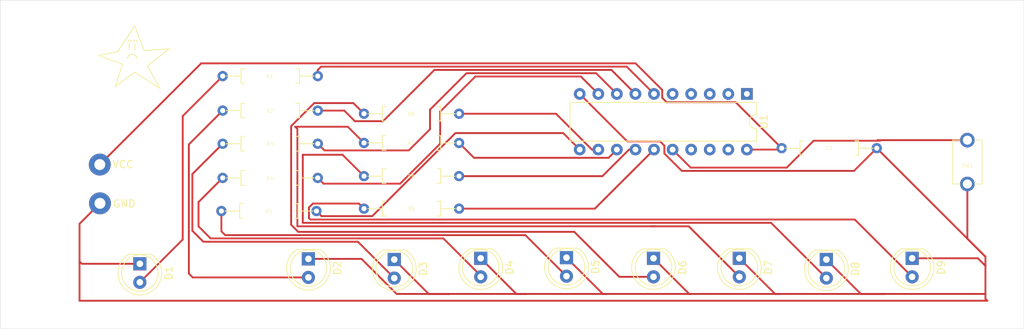
<source format=kicad_pcb>
(kicad_pcb (version 20171130) (host pcbnew 5.1.9+dfsg1-1)

  (general
    (thickness 1.6)
    (drawings 4)
    (tracks 150)
    (zones 0)
    (modules 23)
    (nets 22)
  )

  (page A4)
  (title_block
    (title "Larson Scanner (Evil Mad Scientist)")
  )

  (layers
    (0 F.Cu signal)
    (31 B.Cu signal)
    (32 B.Adhes user)
    (33 F.Adhes user)
    (34 B.Paste user)
    (35 F.Paste user)
    (36 B.SilkS user)
    (37 F.SilkS user)
    (38 B.Mask user)
    (39 F.Mask user)
    (40 Dwgs.User user)
    (41 Cmts.User user)
    (42 Eco1.User user)
    (43 Eco2.User user)
    (44 Edge.Cuts user)
    (45 Margin user)
    (46 B.CrtYd user)
    (47 F.CrtYd user)
    (48 B.Fab user)
    (49 F.Fab user)
  )

  (setup
    (last_trace_width 0.25)
    (trace_clearance 0.2)
    (zone_clearance 0.508)
    (zone_45_only no)
    (trace_min 0.2)
    (via_size 0.8)
    (via_drill 0.4)
    (via_min_size 0.4)
    (via_min_drill 0.3)
    (uvia_size 0.3)
    (uvia_drill 0.1)
    (uvias_allowed no)
    (uvia_min_size 0.2)
    (uvia_min_drill 0.1)
    (edge_width 0.05)
    (segment_width 0.2)
    (pcb_text_width 0.3)
    (pcb_text_size 1.5 1.5)
    (mod_edge_width 0.12)
    (mod_text_size 1 1)
    (mod_text_width 0.15)
    (pad_size 3 3)
    (pad_drill 1.5)
    (pad_to_mask_clearance 0)
    (aux_axis_origin 0 0)
    (visible_elements FFFFF77F)
    (pcbplotparams
      (layerselection 0x010fc_ffffffff)
      (usegerberextensions false)
      (usegerberattributes true)
      (usegerberadvancedattributes true)
      (creategerberjobfile true)
      (excludeedgelayer true)
      (linewidth 0.100000)
      (plotframeref false)
      (viasonmask false)
      (mode 1)
      (useauxorigin false)
      (hpglpennumber 1)
      (hpglpenspeed 20)
      (hpglpendiameter 15.000000)
      (psnegative false)
      (psa4output false)
      (plotreference true)
      (plotvalue true)
      (plotinvisibletext false)
      (padsonsilk false)
      (subtractmaskfromsilk false)
      (outputformat 1)
      (mirror false)
      (drillshape 1)
      (scaleselection 1)
      (outputdirectory ""))
  )

  (net 0 "")
  (net 1 VCC)
  (net 2 GND)
  (net 3 "Net-(D1-Pad2)")
  (net 4 "Net-(D2-Pad2)")
  (net 5 "Net-(D3-Pad2)")
  (net 6 "Net-(D4-Pad2)")
  (net 7 "Net-(D5-Pad2)")
  (net 8 "Net-(D6-Pad2)")
  (net 9 "Net-(D7-Pad2)")
  (net 10 "Net-(D8-Pad2)")
  (net 11 "Net-(D9-Pad2)")
  (net 12 "Net-(R1-Pad1)")
  (net 13 "Net-(R2-Pad1)")
  (net 14 "Net-(R3-Pad1)")
  (net 15 "Net-(R4-Pad1)")
  (net 16 "Net-(R5-Pad1)")
  (net 17 "Net-(R6-Pad1)")
  (net 18 "Net-(R7-Pad1)")
  (net 19 "Net-(R8-Pad1)")
  (net 20 "Net-(R9-Pad1)")
  (net 21 "Net-(SW1-Pad1)")

  (net_class Default "This is the default net class."
    (clearance 0.2)
    (trace_width 0.25)
    (via_dia 0.8)
    (via_drill 0.4)
    (uvia_dia 0.3)
    (uvia_drill 0.1)
    (add_net GND)
    (add_net "Net-(D1-Pad2)")
    (add_net "Net-(D2-Pad2)")
    (add_net "Net-(D3-Pad2)")
    (add_net "Net-(D4-Pad2)")
    (add_net "Net-(D5-Pad2)")
    (add_net "Net-(D6-Pad2)")
    (add_net "Net-(D7-Pad2)")
    (add_net "Net-(D8-Pad2)")
    (add_net "Net-(D9-Pad2)")
    (add_net "Net-(R1-Pad1)")
    (add_net "Net-(R2-Pad1)")
    (add_net "Net-(R3-Pad1)")
    (add_net "Net-(R4-Pad1)")
    (add_net "Net-(R5-Pad1)")
    (add_net "Net-(R6-Pad1)")
    (add_net "Net-(R7-Pad1)")
    (add_net "Net-(R8-Pad1)")
    (add_net "Net-(R9-Pad1)")
    (add_net "Net-(SW1-Pad1)")
    (add_net VCC)
  )

  (module "Larson Scanner:Power" (layer F.Cu) (tedit 61461D05) (tstamp 614679C3)
    (at 93.61 85.1)
    (fp_text reference REF** (at 0 0.5) (layer F.SilkS) hide
      (effects (font (size 1 1) (thickness 0.15)))
    )
    (fp_text value Power (at 0 -0.5) (layer F.Fab)
      (effects (font (size 1 1) (thickness 0.15)))
    )
    (fp_text user GND (at 3.3655 2.77876) (layer F.SilkS)
      (effects (font (size 1 1) (thickness 0.15)))
    )
    (fp_text user VCC (at 3.18516 -2.6035) (layer F.SilkS)
      (effects (font (size 1 1) (thickness 0.15)))
    )
    (pad 2 thru_hole circle (at 0.03556 2.72542) (size 3 3) (drill 1.5) (layers *.Cu *.Mask)
      (net 2 GND))
    (pad 1 thru_hole circle (at 0.01016 -2.58572) (size 3 3) (drill 1.5) (layers *.Cu *.Mask)
      (net 1 VCC))
  )

  (module LED_THT:LED_D5.0mm (layer F.Cu) (tedit 5995936A) (tstamp 6145D6F2)
    (at 145.71 95.35 270)
    (descr "LED, diameter 5.0mm, 2 pins, http://cdn-reichelt.de/documents/datenblatt/A500/LL-504BC2E-009.pdf")
    (tags "LED diameter 5.0mm 2 pins")
    (path /613D8677)
    (fp_text reference D4 (at 1.27 -3.96 90) (layer F.SilkS)
      (effects (font (size 1 1) (thickness 0.15)))
    )
    (fp_text value LED (at 1.27 3.96 90) (layer F.Fab)
      (effects (font (size 1 1) (thickness 0.15)))
    )
    (fp_circle (center 1.27 0) (end 3.77 0) (layer F.Fab) (width 0.1))
    (fp_circle (center 1.27 0) (end 3.77 0) (layer F.SilkS) (width 0.12))
    (fp_line (start -1.23 -1.469694) (end -1.23 1.469694) (layer F.Fab) (width 0.1))
    (fp_line (start -1.29 -1.545) (end -1.29 1.545) (layer F.SilkS) (width 0.12))
    (fp_line (start -1.95 -3.25) (end -1.95 3.25) (layer F.CrtYd) (width 0.05))
    (fp_line (start -1.95 3.25) (end 4.5 3.25) (layer F.CrtYd) (width 0.05))
    (fp_line (start 4.5 3.25) (end 4.5 -3.25) (layer F.CrtYd) (width 0.05))
    (fp_line (start 4.5 -3.25) (end -1.95 -3.25) (layer F.CrtYd) (width 0.05))
    (fp_text user %R (at 1.25 0 90) (layer F.Fab)
      (effects (font (size 0.8 0.8) (thickness 0.2)))
    )
    (fp_arc (start 1.27 0) (end -1.29 1.54483) (angle -148.9) (layer F.SilkS) (width 0.12))
    (fp_arc (start 1.27 0) (end -1.29 -1.54483) (angle 148.9) (layer F.SilkS) (width 0.12))
    (fp_arc (start 1.27 0) (end -1.23 -1.469694) (angle 299.1) (layer F.Fab) (width 0.1))
    (pad 2 thru_hole circle (at 2.54 0 270) (size 1.8 1.8) (drill 0.9) (layers *.Cu *.Mask)
      (net 6 "Net-(D4-Pad2)"))
    (pad 1 thru_hole rect (at 0 0 270) (size 1.8 1.8) (drill 0.9) (layers *.Cu *.Mask)
      (net 2 GND))
    (model ${KISYS3DMOD}/LED_THT.3dshapes/LED_D5.0mm.wrl
      (at (xyz 0 0 0))
      (scale (xyz 1 1 1))
      (rotate (xyz 0 0 0))
    )
  )

  (module "Larson Scanner:CFR-25JR-52-16R" (layer F.Cu) (tedit 61454FCC) (tstamp 6145D75A)
    (at 116.93 70.4 180)
    (descr "Resistor, Axial, Vertical, 0.25W, length*diameter=6.3*2.4mm^2,https://www.mouser.com/datasheet/2/447/Yageo_08272021_CFR_Series-2530393.pdf")
    (tags "Resistor Axial Vertical 0.25W length 6.3mm diameter 2.4mm")
    (path /613D99FD)
    (fp_text reference R1 (at 0.05334 -0.04572) (layer F.SilkS)
      (effects (font (size 0.5 0.5) (thickness 0.05)))
    )
    (fp_text value 16 (at -0.00508 0.5461) (layer F.Fab) hide
      (effects (font (size 0.2 0.2) (thickness 0.05)))
    )
    (fp_line (start -6 0) (end -4 0) (layer F.SilkS) (width 0.12))
    (fp_line (start 4 0) (end 6 0) (layer F.SilkS) (width 0.12))
    (fp_line (start -4 1) (end -4 -1) (layer F.SilkS) (width 0.12))
    (fp_line (start 4 1) (end 4 -1) (layer F.SilkS) (width 0.12))
    (fp_line (start -4 -1) (end -3.5 -1) (layer F.SilkS) (width 0.12))
    (fp_line (start -4 1) (end -3.5 1) (layer F.SilkS) (width 0.12))
    (fp_line (start 3.5 -1) (end 4 -1) (layer F.SilkS) (width 0.12))
    (fp_line (start 3.5 1) (end 4 1) (layer F.SilkS) (width 0.12))
    (pad 1 thru_hole circle (at -6.5 0 180) (size 1.4 1.4) (drill 0.7) (layers *.Cu *.Mask)
      (net 12 "Net-(R1-Pad1)"))
    (pad 2 thru_hole oval (at 6.5 0 180) (size 1.4 1.4) (drill 0.7) (layers *.Cu *.Mask)
      (net 3 "Net-(D1-Pad2)"))
    (model ${KISYS3DMOD}/Resistor_THT.3dshapes/R_Axial_DIN0204_L3.6mm_D1.6mm_P1.90mm_Vertical.wrl
      (at (xyz 0 0 0))
      (scale (xyz 1 1 1))
      (rotate (xyz 0 0 0))
    )
  )

  (module "Larson Scanner:Logo" (layer F.Cu) (tedit 61454D57) (tstamp 6145C443)
    (at 98.32 68.52)
    (fp_text reference REF** (at 0 0.5) (layer F.SilkS) hide
      (effects (font (size 1 1) (thickness 0.15)))
    )
    (fp_text value Logo (at 0 -0.5) (layer F.Fab)
      (effects (font (size 1 1) (thickness 0.15)))
    )
    (fp_line (start -2.2225 -1.55194) (end 0.0889 -4.96316) (layer F.SilkS) (width 0.12))
    (fp_line (start 0.0889 -4.96316) (end 1.3716 -1.6256) (layer F.SilkS) (width 0.12))
    (fp_line (start 1.3716 -1.6256) (end 4.78536 -1.84658) (layer F.SilkS) (width 0.12))
    (fp_line (start 4.78536 -1.84658) (end 1.81356 0.50292) (layer F.SilkS) (width 0.12))
    (fp_line (start 1.81356 0.50292) (end 3.53822 3.54838) (layer F.SilkS) (width 0.12))
    (fp_line (start 3.53822 3.54838) (end 0.0889 1.3462) (layer F.SilkS) (width 0.12))
    (fp_line (start 0.0889 1.3462) (end -2.5527 3.29184) (layer F.SilkS) (width 0.12))
    (fp_line (start -2.5527 3.29184) (end -1.6002 0.24638) (layer F.SilkS) (width 0.12))
    (fp_line (start -1.6002 0.24638) (end -4.8641 -0.92964) (layer F.SilkS) (width 0.12))
    (fp_line (start -4.8641 -0.92964) (end -2.11328 -1.51638) (layer F.SilkS) (width 0.12))
    (fp_line (start -0.67564 -2.6289) (end -0.65532 -1.8161) (layer F.SilkS) (width 0.12))
    (fp_line (start 0.11684 -2.50698) (end 0.09652 -1.7145) (layer F.SilkS) (width 0.12))
    (fp_arc (start 0.15494 -2.78892) (end 0.406399 -2.793999) (angle -182.7431607) (layer F.SilkS) (width 0.12))
    (fp_arc (start -0.6096 -2.8067) (end -0.358141 -2.811779) (angle -182.7431607) (layer F.SilkS) (width 0.12))
    (fp_arc (start -0.269239 -0.474981) (end 0.381 -0.51562) (angle -170.4146597) (layer F.SilkS) (width 0.12))
  )

  (module "Larson Scanner:CKN9102-ND" (layer F.Cu) (tedit 6145356B) (tstamp 6145835F)
    (at 212.26 82.17)
    (descr "Tactile Switch, SPST, 0.05A, 12V")
    (path /6141F4EF)
    (fp_text reference SW1 (at 0 0.5) (layer F.SilkS)
      (effects (font (size 0.5 0.5) (thickness 0.05)))
    )
    (fp_text value SW_Push (at 0 -0.5) (layer F.Fab)
      (effects (font (size 0.2 0.2) (thickness 0.05)))
    )
    (fp_line (start -2 -3) (end -1 -3) (layer F.SilkS) (width 0.12))
    (fp_line (start -2 -3) (end -2 3) (layer F.SilkS) (width 0.12))
    (fp_line (start 2 -3) (end 2 3) (layer F.SilkS) (width 0.12))
    (fp_line (start 1 -3) (end 2 -3) (layer F.SilkS) (width 0.12))
    (fp_line (start -2 3) (end -1 3) (layer F.SilkS) (width 0.12))
    (fp_line (start 1 3) (end 2 3) (layer F.SilkS) (width 0.12))
    (pad 2 thru_hole circle (at 0 3 180) (size 2 2) (drill 1.25) (layers *.Cu *.Mask)
      (net 2 GND))
    (pad 1 thru_hole circle (at 0 -3 180) (size 2 2) (drill 1.25) (layers *.Cu *.Mask)
      (net 21 "Net-(SW1-Pad1)"))
  )

  (module Package_DIP:DIP-20_W7.62mm (layer F.Cu) (tedit 5A02E8C5) (tstamp 6145D7F2)
    (at 182.11 72.84 270)
    (descr "20-lead though-hole mounted DIP package, row spacing 7.62 mm (300 mils)")
    (tags "THT DIP DIL PDIP 2.54mm 7.62mm 300mil")
    (path /613D61AC)
    (fp_text reference U1 (at 3.81 -2.33 90) (layer F.SilkS)
      (effects (font (size 1 1) (thickness 0.15)))
    )
    (fp_text value ATtiny2313-20PU (at 3.81 25.19 90) (layer F.Fab)
      (effects (font (size 1 1) (thickness 0.15)))
    )
    (fp_line (start 1.635 -1.27) (end 6.985 -1.27) (layer F.Fab) (width 0.1))
    (fp_line (start 6.985 -1.27) (end 6.985 24.13) (layer F.Fab) (width 0.1))
    (fp_line (start 6.985 24.13) (end 0.635 24.13) (layer F.Fab) (width 0.1))
    (fp_line (start 0.635 24.13) (end 0.635 -0.27) (layer F.Fab) (width 0.1))
    (fp_line (start 0.635 -0.27) (end 1.635 -1.27) (layer F.Fab) (width 0.1))
    (fp_line (start 2.81 -1.33) (end 1.16 -1.33) (layer F.SilkS) (width 0.12))
    (fp_line (start 1.16 -1.33) (end 1.16 24.19) (layer F.SilkS) (width 0.12))
    (fp_line (start 1.16 24.19) (end 6.46 24.19) (layer F.SilkS) (width 0.12))
    (fp_line (start 6.46 24.19) (end 6.46 -1.33) (layer F.SilkS) (width 0.12))
    (fp_line (start 6.46 -1.33) (end 4.81 -1.33) (layer F.SilkS) (width 0.12))
    (fp_line (start -1.1 -1.55) (end -1.1 24.4) (layer F.CrtYd) (width 0.05))
    (fp_line (start -1.1 24.4) (end 8.7 24.4) (layer F.CrtYd) (width 0.05))
    (fp_line (start 8.7 24.4) (end 8.7 -1.55) (layer F.CrtYd) (width 0.05))
    (fp_line (start 8.7 -1.55) (end -1.1 -1.55) (layer F.CrtYd) (width 0.05))
    (fp_text user %R (at 3.81 11.43 90) (layer F.Fab)
      (effects (font (size 1 1) (thickness 0.15)))
    )
    (fp_arc (start 3.81 -1.33) (end 2.81 -1.33) (angle -180) (layer F.SilkS) (width 0.12))
    (pad 20 thru_hole oval (at 7.62 0 270) (size 1.6 1.6) (drill 0.8) (layers *.Cu *.Mask)
      (net 1 VCC))
    (pad 10 thru_hole oval (at 0 22.86 270) (size 1.6 1.6) (drill 0.8) (layers *.Cu *.Mask)
      (net 2 GND))
    (pad 19 thru_hole oval (at 7.62 2.54 270) (size 1.6 1.6) (drill 0.8) (layers *.Cu *.Mask))
    (pad 9 thru_hole oval (at 0 20.32 270) (size 1.6 1.6) (drill 0.8) (layers *.Cu *.Mask)
      (net 15 "Net-(R4-Pad1)"))
    (pad 18 thru_hole oval (at 7.62 5.08 270) (size 1.6 1.6) (drill 0.8) (layers *.Cu *.Mask))
    (pad 8 thru_hole oval (at 0 17.78 270) (size 1.6 1.6) (drill 0.8) (layers *.Cu *.Mask)
      (net 14 "Net-(R3-Pad1)"))
    (pad 17 thru_hole oval (at 7.62 7.62 270) (size 1.6 1.6) (drill 0.8) (layers *.Cu *.Mask))
    (pad 7 thru_hole oval (at 0 15.24 270) (size 1.6 1.6) (drill 0.8) (layers *.Cu *.Mask)
      (net 13 "Net-(R2-Pad1)"))
    (pad 16 thru_hole oval (at 7.62 10.16 270) (size 1.6 1.6) (drill 0.8) (layers *.Cu *.Mask)
      (net 21 "Net-(SW1-Pad1)"))
    (pad 6 thru_hole oval (at 0 12.7 270) (size 1.6 1.6) (drill 0.8) (layers *.Cu *.Mask)
      (net 12 "Net-(R1-Pad1)"))
    (pad 15 thru_hole oval (at 7.62 12.7 270) (size 1.6 1.6) (drill 0.8) (layers *.Cu *.Mask)
      (net 20 "Net-(R9-Pad1)"))
    (pad 5 thru_hole oval (at 0 10.16 270) (size 1.6 1.6) (drill 0.8) (layers *.Cu *.Mask))
    (pad 14 thru_hole oval (at 7.62 15.24 270) (size 1.6 1.6) (drill 0.8) (layers *.Cu *.Mask)
      (net 19 "Net-(R8-Pad1)"))
    (pad 4 thru_hole oval (at 0 7.62 270) (size 1.6 1.6) (drill 0.8) (layers *.Cu *.Mask))
    (pad 13 thru_hole oval (at 7.62 17.78 270) (size 1.6 1.6) (drill 0.8) (layers *.Cu *.Mask)
      (net 18 "Net-(R7-Pad1)"))
    (pad 3 thru_hole oval (at 0 5.08 270) (size 1.6 1.6) (drill 0.8) (layers *.Cu *.Mask))
    (pad 12 thru_hole oval (at 7.62 20.32 270) (size 1.6 1.6) (drill 0.8) (layers *.Cu *.Mask)
      (net 17 "Net-(R6-Pad1)"))
    (pad 2 thru_hole oval (at 0 2.54 270) (size 1.6 1.6) (drill 0.8) (layers *.Cu *.Mask))
    (pad 11 thru_hole oval (at 7.62 22.86 270) (size 1.6 1.6) (drill 0.8) (layers *.Cu *.Mask)
      (net 16 "Net-(R5-Pad1)"))
    (pad 1 thru_hole rect (at 0 0 270) (size 1.6 1.6) (drill 0.8) (layers *.Cu *.Mask))
    (model ${KISYS3DMOD}/Package_DIP.3dshapes/DIP-20_W7.62mm.wrl
      (at (xyz 0 0 0))
      (scale (xyz 1 1 1))
      (rotate (xyz 0 0 0))
    )
  )

  (module "Larson Scanner:CFR-25JR-52-16R" (layer F.Cu) (tedit 6144CA9C) (tstamp 6145D7CA)
    (at 136.25 88.55 180)
    (descr "Resistor, Axial, Vertical, 0.25W, length*diameter=6.3*2.4mm^2,https://www.mouser.com/datasheet/2/447/Yageo_08272021_CFR_Series-2530393.pdf")
    (tags "Resistor Axial Vertical 0.25W length 6.3mm diameter 2.4mm")
    (path /61446A06)
    (fp_text reference R9 (at 0.05334 -0.04572) (layer F.SilkS)
      (effects (font (size 0.5 0.5) (thickness 0.05)))
    )
    (fp_text value 16 (at -0.00508 0.5461) (layer F.Fab) hide
      (effects (font (size 0.2 0.2) (thickness 0.05)))
    )
    (fp_line (start -6 0) (end -4 0) (layer F.SilkS) (width 0.12))
    (fp_line (start 4 0) (end 6 0) (layer F.SilkS) (width 0.12))
    (fp_line (start -4 1) (end -4 -1) (layer F.SilkS) (width 0.12))
    (fp_line (start 4 1) (end 4 -1) (layer F.SilkS) (width 0.12))
    (fp_line (start -4 -1) (end -3.5 -1) (layer F.SilkS) (width 0.12))
    (fp_line (start -4 1) (end -3.5 1) (layer F.SilkS) (width 0.12))
    (fp_line (start 3.5 -1) (end 4 -1) (layer F.SilkS) (width 0.12))
    (fp_line (start 3.5 1) (end 4 1) (layer F.SilkS) (width 0.12))
    (pad 1 thru_hole circle (at -6.5 0 180) (size 1.4 1.4) (drill 0.7) (layers *.Cu *.Mask)
      (net 20 "Net-(R9-Pad1)"))
    (pad 2 thru_hole oval (at 6.5 0 180) (size 1.4 1.4) (drill 0.7) (layers *.Cu *.Mask)
      (net 11 "Net-(D9-Pad2)"))
    (model ${KISYS3DMOD}/Resistor_THT.3dshapes/R_Axial_DIN0204_L3.6mm_D1.6mm_P1.90mm_Vertical.wrl
      (at (xyz 0 0 0))
      (scale (xyz 1 1 1))
      (rotate (xyz 0 0 0))
    )
  )

  (module "Larson Scanner:CFR-25JR-52-16R" (layer F.Cu) (tedit 6144CA9C) (tstamp 6145D7BC)
    (at 136.25 84.1 180)
    (descr "Resistor, Axial, Vertical, 0.25W, length*diameter=6.3*2.4mm^2,https://www.mouser.com/datasheet/2/447/Yageo_08272021_CFR_Series-2530393.pdf")
    (tags "Resistor Axial Vertical 0.25W length 6.3mm diameter 2.4mm")
    (path /61446201)
    (fp_text reference R8 (at 0.05334 -0.04572) (layer F.SilkS)
      (effects (font (size 0.5 0.5) (thickness 0.05)))
    )
    (fp_text value 16 (at -0.00508 0.5461) (layer F.Fab) hide
      (effects (font (size 0.2 0.2) (thickness 0.05)))
    )
    (fp_line (start -6 0) (end -4 0) (layer F.SilkS) (width 0.12))
    (fp_line (start 4 0) (end 6 0) (layer F.SilkS) (width 0.12))
    (fp_line (start -4 1) (end -4 -1) (layer F.SilkS) (width 0.12))
    (fp_line (start 4 1) (end 4 -1) (layer F.SilkS) (width 0.12))
    (fp_line (start -4 -1) (end -3.5 -1) (layer F.SilkS) (width 0.12))
    (fp_line (start -4 1) (end -3.5 1) (layer F.SilkS) (width 0.12))
    (fp_line (start 3.5 -1) (end 4 -1) (layer F.SilkS) (width 0.12))
    (fp_line (start 3.5 1) (end 4 1) (layer F.SilkS) (width 0.12))
    (pad 1 thru_hole circle (at -6.5 0 180) (size 1.4 1.4) (drill 0.7) (layers *.Cu *.Mask)
      (net 19 "Net-(R8-Pad1)"))
    (pad 2 thru_hole oval (at 6.5 0 180) (size 1.4 1.4) (drill 0.7) (layers *.Cu *.Mask)
      (net 10 "Net-(D8-Pad2)"))
    (model ${KISYS3DMOD}/Resistor_THT.3dshapes/R_Axial_DIN0204_L3.6mm_D1.6mm_P1.90mm_Vertical.wrl
      (at (xyz 0 0 0))
      (scale (xyz 1 1 1))
      (rotate (xyz 0 0 0))
    )
  )

  (module "Larson Scanner:CFR-25JR-52-16R" (layer F.Cu) (tedit 6144CA9C) (tstamp 6145D7AE)
    (at 136.25 79.55 180)
    (descr "Resistor, Axial, Vertical, 0.25W, length*diameter=6.3*2.4mm^2,https://www.mouser.com/datasheet/2/447/Yageo_08272021_CFR_Series-2530393.pdf")
    (tags "Resistor Axial Vertical 0.25W length 6.3mm diameter 2.4mm")
    (path /613DAEEA)
    (fp_text reference R7 (at 0.05334 -0.04572) (layer F.SilkS)
      (effects (font (size 0.5 0.5) (thickness 0.05)))
    )
    (fp_text value 16 (at -0.00508 0.5461) (layer F.Fab) hide
      (effects (font (size 0.2 0.2) (thickness 0.05)))
    )
    (fp_line (start -6 0) (end -4 0) (layer F.SilkS) (width 0.12))
    (fp_line (start 4 0) (end 6 0) (layer F.SilkS) (width 0.12))
    (fp_line (start -4 1) (end -4 -1) (layer F.SilkS) (width 0.12))
    (fp_line (start 4 1) (end 4 -1) (layer F.SilkS) (width 0.12))
    (fp_line (start -4 -1) (end -3.5 -1) (layer F.SilkS) (width 0.12))
    (fp_line (start -4 1) (end -3.5 1) (layer F.SilkS) (width 0.12))
    (fp_line (start 3.5 -1) (end 4 -1) (layer F.SilkS) (width 0.12))
    (fp_line (start 3.5 1) (end 4 1) (layer F.SilkS) (width 0.12))
    (pad 1 thru_hole circle (at -6.5 0 180) (size 1.4 1.4) (drill 0.7) (layers *.Cu *.Mask)
      (net 18 "Net-(R7-Pad1)"))
    (pad 2 thru_hole oval (at 6.5 0 180) (size 1.4 1.4) (drill 0.7) (layers *.Cu *.Mask)
      (net 9 "Net-(D7-Pad2)"))
    (model ${KISYS3DMOD}/Resistor_THT.3dshapes/R_Axial_DIN0204_L3.6mm_D1.6mm_P1.90mm_Vertical.wrl
      (at (xyz 0 0 0))
      (scale (xyz 1 1 1))
      (rotate (xyz 0 0 0))
    )
  )

  (module "Larson Scanner:CFR-25JR-52-16R" (layer F.Cu) (tedit 6144CA9C) (tstamp 6145D7A0)
    (at 136.25 75.55 180)
    (descr "Resistor, Axial, Vertical, 0.25W, length*diameter=6.3*2.4mm^2,https://www.mouser.com/datasheet/2/447/Yageo_08272021_CFR_Series-2530393.pdf")
    (tags "Resistor Axial Vertical 0.25W length 6.3mm diameter 2.4mm")
    (path /613DA6C2)
    (fp_text reference R6 (at 0.05334 -0.04572) (layer F.SilkS)
      (effects (font (size 0.5 0.5) (thickness 0.05)))
    )
    (fp_text value 16 (at -0.00508 0.5461) (layer F.Fab) hide
      (effects (font (size 0.2 0.2) (thickness 0.05)))
    )
    (fp_line (start -6 0) (end -4 0) (layer F.SilkS) (width 0.12))
    (fp_line (start 4 0) (end 6 0) (layer F.SilkS) (width 0.12))
    (fp_line (start -4 1) (end -4 -1) (layer F.SilkS) (width 0.12))
    (fp_line (start 4 1) (end 4 -1) (layer F.SilkS) (width 0.12))
    (fp_line (start -4 -1) (end -3.5 -1) (layer F.SilkS) (width 0.12))
    (fp_line (start -4 1) (end -3.5 1) (layer F.SilkS) (width 0.12))
    (fp_line (start 3.5 -1) (end 4 -1) (layer F.SilkS) (width 0.12))
    (fp_line (start 3.5 1) (end 4 1) (layer F.SilkS) (width 0.12))
    (pad 1 thru_hole circle (at -6.5 0 180) (size 1.4 1.4) (drill 0.7) (layers *.Cu *.Mask)
      (net 17 "Net-(R6-Pad1)"))
    (pad 2 thru_hole oval (at 6.5 0 180) (size 1.4 1.4) (drill 0.7) (layers *.Cu *.Mask)
      (net 8 "Net-(D6-Pad2)"))
    (model ${KISYS3DMOD}/Resistor_THT.3dshapes/R_Axial_DIN0204_L3.6mm_D1.6mm_P1.90mm_Vertical.wrl
      (at (xyz 0 0 0))
      (scale (xyz 1 1 1))
      (rotate (xyz 0 0 0))
    )
  )

  (module "Larson Scanner:CFR-25JR-52-16R" (layer F.Cu) (tedit 6144CA9C) (tstamp 6145D792)
    (at 116.75 88.88 180)
    (descr "Resistor, Axial, Vertical, 0.25W, length*diameter=6.3*2.4mm^2,https://www.mouser.com/datasheet/2/447/Yageo_08272021_CFR_Series-2530393.pdf")
    (tags "Resistor Axial Vertical 0.25W length 6.3mm diameter 2.4mm")
    (path /613DAD7F)
    (fp_text reference R5 (at 0.05334 -0.04572) (layer F.SilkS)
      (effects (font (size 0.5 0.5) (thickness 0.05)))
    )
    (fp_text value 16 (at -0.00508 0.5461) (layer F.Fab) hide
      (effects (font (size 0.2 0.2) (thickness 0.05)))
    )
    (fp_line (start -6 0) (end -4 0) (layer F.SilkS) (width 0.12))
    (fp_line (start 4 0) (end 6 0) (layer F.SilkS) (width 0.12))
    (fp_line (start -4 1) (end -4 -1) (layer F.SilkS) (width 0.12))
    (fp_line (start 4 1) (end 4 -1) (layer F.SilkS) (width 0.12))
    (fp_line (start -4 -1) (end -3.5 -1) (layer F.SilkS) (width 0.12))
    (fp_line (start -4 1) (end -3.5 1) (layer F.SilkS) (width 0.12))
    (fp_line (start 3.5 -1) (end 4 -1) (layer F.SilkS) (width 0.12))
    (fp_line (start 3.5 1) (end 4 1) (layer F.SilkS) (width 0.12))
    (pad 1 thru_hole circle (at -6.5 0 180) (size 1.4 1.4) (drill 0.7) (layers *.Cu *.Mask)
      (net 16 "Net-(R5-Pad1)"))
    (pad 2 thru_hole oval (at 6.5 0 180) (size 1.4 1.4) (drill 0.7) (layers *.Cu *.Mask)
      (net 7 "Net-(D5-Pad2)"))
    (model ${KISYS3DMOD}/Resistor_THT.3dshapes/R_Axial_DIN0204_L3.6mm_D1.6mm_P1.90mm_Vertical.wrl
      (at (xyz 0 0 0))
      (scale (xyz 1 1 1))
      (rotate (xyz 0 0 0))
    )
  )

  (module "Larson Scanner:CFR-25JR-52-16R" (layer F.Cu) (tedit 6144CA9C) (tstamp 6145D784)
    (at 116.93 84.34 180)
    (descr "Resistor, Axial, Vertical, 0.25W, length*diameter=6.3*2.4mm^2,https://www.mouser.com/datasheet/2/447/Yageo_08272021_CFR_Series-2530393.pdf")
    (tags "Resistor Axial Vertical 0.25W length 6.3mm diameter 2.4mm")
    (path /613DB0B0)
    (fp_text reference R4 (at 0.05334 -0.04572) (layer F.SilkS)
      (effects (font (size 0.5 0.5) (thickness 0.05)))
    )
    (fp_text value 16 (at -0.00508 0.5461) (layer F.Fab) hide
      (effects (font (size 0.2 0.2) (thickness 0.05)))
    )
    (fp_line (start -6 0) (end -4 0) (layer F.SilkS) (width 0.12))
    (fp_line (start 4 0) (end 6 0) (layer F.SilkS) (width 0.12))
    (fp_line (start -4 1) (end -4 -1) (layer F.SilkS) (width 0.12))
    (fp_line (start 4 1) (end 4 -1) (layer F.SilkS) (width 0.12))
    (fp_line (start -4 -1) (end -3.5 -1) (layer F.SilkS) (width 0.12))
    (fp_line (start -4 1) (end -3.5 1) (layer F.SilkS) (width 0.12))
    (fp_line (start 3.5 -1) (end 4 -1) (layer F.SilkS) (width 0.12))
    (fp_line (start 3.5 1) (end 4 1) (layer F.SilkS) (width 0.12))
    (pad 1 thru_hole circle (at -6.5 0 180) (size 1.4 1.4) (drill 0.7) (layers *.Cu *.Mask)
      (net 15 "Net-(R4-Pad1)"))
    (pad 2 thru_hole oval (at 6.5 0 180) (size 1.4 1.4) (drill 0.7) (layers *.Cu *.Mask)
      (net 6 "Net-(D4-Pad2)"))
    (model ${KISYS3DMOD}/Resistor_THT.3dshapes/R_Axial_DIN0204_L3.6mm_D1.6mm_P1.90mm_Vertical.wrl
      (at (xyz 0 0 0))
      (scale (xyz 1 1 1))
      (rotate (xyz 0 0 0))
    )
  )

  (module "Larson Scanner:CFR-25JR-52-16R" (layer F.Cu) (tedit 6144CA9C) (tstamp 6145D776)
    (at 116.93 79.66 180)
    (descr "Resistor, Axial, Vertical, 0.25W, length*diameter=6.3*2.4mm^2,https://www.mouser.com/datasheet/2/447/Yageo_08272021_CFR_Series-2530393.pdf")
    (tags "Resistor Axial Vertical 0.25W length 6.3mm diameter 2.4mm")
    (path /613DADDD)
    (fp_text reference R3 (at 0.05334 -0.04572) (layer F.SilkS)
      (effects (font (size 0.5 0.5) (thickness 0.05)))
    )
    (fp_text value 16 (at -0.00508 0.5461) (layer F.Fab) hide
      (effects (font (size 0.2 0.2) (thickness 0.05)))
    )
    (fp_line (start -6 0) (end -4 0) (layer F.SilkS) (width 0.12))
    (fp_line (start 4 0) (end 6 0) (layer F.SilkS) (width 0.12))
    (fp_line (start -4 1) (end -4 -1) (layer F.SilkS) (width 0.12))
    (fp_line (start 4 1) (end 4 -1) (layer F.SilkS) (width 0.12))
    (fp_line (start -4 -1) (end -3.5 -1) (layer F.SilkS) (width 0.12))
    (fp_line (start -4 1) (end -3.5 1) (layer F.SilkS) (width 0.12))
    (fp_line (start 3.5 -1) (end 4 -1) (layer F.SilkS) (width 0.12))
    (fp_line (start 3.5 1) (end 4 1) (layer F.SilkS) (width 0.12))
    (pad 1 thru_hole circle (at -6.5 0 180) (size 1.4 1.4) (drill 0.7) (layers *.Cu *.Mask)
      (net 14 "Net-(R3-Pad1)"))
    (pad 2 thru_hole oval (at 6.5 0 180) (size 1.4 1.4) (drill 0.7) (layers *.Cu *.Mask)
      (net 5 "Net-(D3-Pad2)"))
    (model ${KISYS3DMOD}/Resistor_THT.3dshapes/R_Axial_DIN0204_L3.6mm_D1.6mm_P1.90mm_Vertical.wrl
      (at (xyz 0 0 0))
      (scale (xyz 1 1 1))
      (rotate (xyz 0 0 0))
    )
  )

  (module "Larson Scanner:CFR-25JR-52-16R" (layer F.Cu) (tedit 6144CA9C) (tstamp 6145D768)
    (at 116.93 75.12 180)
    (descr "Resistor, Axial, Vertical, 0.25W, length*diameter=6.3*2.4mm^2,https://www.mouser.com/datasheet/2/447/Yageo_08272021_CFR_Series-2530393.pdf")
    (tags "Resistor Axial Vertical 0.25W length 6.3mm diameter 2.4mm")
    (path /613DAB8E)
    (fp_text reference R2 (at 0.05334 -0.04572) (layer F.SilkS)
      (effects (font (size 0.5 0.5) (thickness 0.05)))
    )
    (fp_text value 16 (at -0.00508 0.5461) (layer F.Fab) hide
      (effects (font (size 0.2 0.2) (thickness 0.05)))
    )
    (fp_line (start -6 0) (end -4 0) (layer F.SilkS) (width 0.12))
    (fp_line (start 4 0) (end 6 0) (layer F.SilkS) (width 0.12))
    (fp_line (start -4 1) (end -4 -1) (layer F.SilkS) (width 0.12))
    (fp_line (start 4 1) (end 4 -1) (layer F.SilkS) (width 0.12))
    (fp_line (start -4 -1) (end -3.5 -1) (layer F.SilkS) (width 0.12))
    (fp_line (start -4 1) (end -3.5 1) (layer F.SilkS) (width 0.12))
    (fp_line (start 3.5 -1) (end 4 -1) (layer F.SilkS) (width 0.12))
    (fp_line (start 3.5 1) (end 4 1) (layer F.SilkS) (width 0.12))
    (pad 1 thru_hole circle (at -6.5 0 180) (size 1.4 1.4) (drill 0.7) (layers *.Cu *.Mask)
      (net 13 "Net-(R2-Pad1)"))
    (pad 2 thru_hole oval (at 6.5 0 180) (size 1.4 1.4) (drill 0.7) (layers *.Cu *.Mask)
      (net 4 "Net-(D2-Pad2)"))
    (model ${KISYS3DMOD}/Resistor_THT.3dshapes/R_Axial_DIN0204_L3.6mm_D1.6mm_P1.90mm_Vertical.wrl
      (at (xyz 0 0 0))
      (scale (xyz 1 1 1))
      (rotate (xyz 0 0 0))
    )
  )

  (module LED_THT:LED_D5.0mm (layer F.Cu) (tedit 5995936A) (tstamp 6145D74C)
    (at 204.71 95.35 270)
    (descr "LED, diameter 5.0mm, 2 pins, http://cdn-reichelt.de/documents/datenblatt/A500/LL-504BC2E-009.pdf")
    (tags "LED diameter 5.0mm 2 pins")
    (path /61446A00)
    (fp_text reference D9 (at 1.27 -3.96 90) (layer F.SilkS)
      (effects (font (size 1 1) (thickness 0.15)))
    )
    (fp_text value LED (at 1.27 3.96 90) (layer F.Fab)
      (effects (font (size 1 1) (thickness 0.15)))
    )
    (fp_circle (center 1.27 0) (end 3.77 0) (layer F.Fab) (width 0.1))
    (fp_circle (center 1.27 0) (end 3.77 0) (layer F.SilkS) (width 0.12))
    (fp_line (start -1.23 -1.469694) (end -1.23 1.469694) (layer F.Fab) (width 0.1))
    (fp_line (start -1.29 -1.545) (end -1.29 1.545) (layer F.SilkS) (width 0.12))
    (fp_line (start -1.95 -3.25) (end -1.95 3.25) (layer F.CrtYd) (width 0.05))
    (fp_line (start -1.95 3.25) (end 4.5 3.25) (layer F.CrtYd) (width 0.05))
    (fp_line (start 4.5 3.25) (end 4.5 -3.25) (layer F.CrtYd) (width 0.05))
    (fp_line (start 4.5 -3.25) (end -1.95 -3.25) (layer F.CrtYd) (width 0.05))
    (fp_text user %R (at 1.25 0 90) (layer F.Fab)
      (effects (font (size 0.8 0.8) (thickness 0.2)))
    )
    (fp_arc (start 1.27 0) (end -1.29 1.54483) (angle -148.9) (layer F.SilkS) (width 0.12))
    (fp_arc (start 1.27 0) (end -1.29 -1.54483) (angle 148.9) (layer F.SilkS) (width 0.12))
    (fp_arc (start 1.27 0) (end -1.23 -1.469694) (angle 299.1) (layer F.Fab) (width 0.1))
    (pad 2 thru_hole circle (at 2.54 0 270) (size 1.8 1.8) (drill 0.9) (layers *.Cu *.Mask)
      (net 11 "Net-(D9-Pad2)"))
    (pad 1 thru_hole rect (at 0 0 270) (size 1.8 1.8) (drill 0.9) (layers *.Cu *.Mask)
      (net 2 GND))
    (model ${KISYS3DMOD}/LED_THT.3dshapes/LED_D5.0mm.wrl
      (at (xyz 0 0 0))
      (scale (xyz 1 1 1))
      (rotate (xyz 0 0 0))
    )
  )

  (module LED_THT:LED_D5.0mm (layer F.Cu) (tedit 5995936A) (tstamp 6145D73A)
    (at 192.98 95.52 270)
    (descr "LED, diameter 5.0mm, 2 pins, http://cdn-reichelt.de/documents/datenblatt/A500/LL-504BC2E-009.pdf")
    (tags "LED diameter 5.0mm 2 pins")
    (path /614461FB)
    (fp_text reference D8 (at 1.27 -3.96 90) (layer F.SilkS)
      (effects (font (size 1 1) (thickness 0.15)))
    )
    (fp_text value LED (at 1.27 3.96 90) (layer F.Fab)
      (effects (font (size 1 1) (thickness 0.15)))
    )
    (fp_circle (center 1.27 0) (end 3.77 0) (layer F.Fab) (width 0.1))
    (fp_circle (center 1.27 0) (end 3.77 0) (layer F.SilkS) (width 0.12))
    (fp_line (start -1.23 -1.469694) (end -1.23 1.469694) (layer F.Fab) (width 0.1))
    (fp_line (start -1.29 -1.545) (end -1.29 1.545) (layer F.SilkS) (width 0.12))
    (fp_line (start -1.95 -3.25) (end -1.95 3.25) (layer F.CrtYd) (width 0.05))
    (fp_line (start -1.95 3.25) (end 4.5 3.25) (layer F.CrtYd) (width 0.05))
    (fp_line (start 4.5 3.25) (end 4.5 -3.25) (layer F.CrtYd) (width 0.05))
    (fp_line (start 4.5 -3.25) (end -1.95 -3.25) (layer F.CrtYd) (width 0.05))
    (fp_text user %R (at 1.25 0 90) (layer F.Fab)
      (effects (font (size 0.8 0.8) (thickness 0.2)))
    )
    (fp_arc (start 1.27 0) (end -1.29 1.54483) (angle -148.9) (layer F.SilkS) (width 0.12))
    (fp_arc (start 1.27 0) (end -1.29 -1.54483) (angle 148.9) (layer F.SilkS) (width 0.12))
    (fp_arc (start 1.27 0) (end -1.23 -1.469694) (angle 299.1) (layer F.Fab) (width 0.1))
    (pad 2 thru_hole circle (at 2.54 0 270) (size 1.8 1.8) (drill 0.9) (layers *.Cu *.Mask)
      (net 10 "Net-(D8-Pad2)"))
    (pad 1 thru_hole rect (at 0 0 270) (size 1.8 1.8) (drill 0.9) (layers *.Cu *.Mask)
      (net 2 GND))
    (model ${KISYS3DMOD}/LED_THT.3dshapes/LED_D5.0mm.wrl
      (at (xyz 0 0 0))
      (scale (xyz 1 1 1))
      (rotate (xyz 0 0 0))
    )
  )

  (module LED_THT:LED_D5.0mm (layer F.Cu) (tedit 5995936A) (tstamp 6145D728)
    (at 181.08 95.35 270)
    (descr "LED, diameter 5.0mm, 2 pins, http://cdn-reichelt.de/documents/datenblatt/A500/LL-504BC2E-009.pdf")
    (tags "LED diameter 5.0mm 2 pins")
    (path /613D90A7)
    (fp_text reference D7 (at 1.27 -3.96 90) (layer F.SilkS)
      (effects (font (size 1 1) (thickness 0.15)))
    )
    (fp_text value LED (at 1.27 3.96 90) (layer F.Fab)
      (effects (font (size 1 1) (thickness 0.15)))
    )
    (fp_circle (center 1.27 0) (end 3.77 0) (layer F.Fab) (width 0.1))
    (fp_circle (center 1.27 0) (end 3.77 0) (layer F.SilkS) (width 0.12))
    (fp_line (start -1.23 -1.469694) (end -1.23 1.469694) (layer F.Fab) (width 0.1))
    (fp_line (start -1.29 -1.545) (end -1.29 1.545) (layer F.SilkS) (width 0.12))
    (fp_line (start -1.95 -3.25) (end -1.95 3.25) (layer F.CrtYd) (width 0.05))
    (fp_line (start -1.95 3.25) (end 4.5 3.25) (layer F.CrtYd) (width 0.05))
    (fp_line (start 4.5 3.25) (end 4.5 -3.25) (layer F.CrtYd) (width 0.05))
    (fp_line (start 4.5 -3.25) (end -1.95 -3.25) (layer F.CrtYd) (width 0.05))
    (fp_text user %R (at 1.25 0 90) (layer F.Fab)
      (effects (font (size 0.8 0.8) (thickness 0.2)))
    )
    (fp_arc (start 1.27 0) (end -1.29 1.54483) (angle -148.9) (layer F.SilkS) (width 0.12))
    (fp_arc (start 1.27 0) (end -1.29 -1.54483) (angle 148.9) (layer F.SilkS) (width 0.12))
    (fp_arc (start 1.27 0) (end -1.23 -1.469694) (angle 299.1) (layer F.Fab) (width 0.1))
    (pad 2 thru_hole circle (at 2.54 0 270) (size 1.8 1.8) (drill 0.9) (layers *.Cu *.Mask)
      (net 9 "Net-(D7-Pad2)"))
    (pad 1 thru_hole rect (at 0 0 270) (size 1.8 1.8) (drill 0.9) (layers *.Cu *.Mask)
      (net 2 GND))
    (model ${KISYS3DMOD}/LED_THT.3dshapes/LED_D5.0mm.wrl
      (at (xyz 0 0 0))
      (scale (xyz 1 1 1))
      (rotate (xyz 0 0 0))
    )
  )

  (module LED_THT:LED_D5.0mm (layer F.Cu) (tedit 5995936A) (tstamp 6145D716)
    (at 169.34 95.35 270)
    (descr "LED, diameter 5.0mm, 2 pins, http://cdn-reichelt.de/documents/datenblatt/A500/LL-504BC2E-009.pdf")
    (tags "LED diameter 5.0mm 2 pins")
    (path /613D8CA6)
    (fp_text reference D6 (at 1.27 -3.96 90) (layer F.SilkS)
      (effects (font (size 1 1) (thickness 0.15)))
    )
    (fp_text value LED (at 1.27 3.96 90) (layer F.Fab)
      (effects (font (size 1 1) (thickness 0.15)))
    )
    (fp_circle (center 1.27 0) (end 3.77 0) (layer F.Fab) (width 0.1))
    (fp_circle (center 1.27 0) (end 3.77 0) (layer F.SilkS) (width 0.12))
    (fp_line (start -1.23 -1.469694) (end -1.23 1.469694) (layer F.Fab) (width 0.1))
    (fp_line (start -1.29 -1.545) (end -1.29 1.545) (layer F.SilkS) (width 0.12))
    (fp_line (start -1.95 -3.25) (end -1.95 3.25) (layer F.CrtYd) (width 0.05))
    (fp_line (start -1.95 3.25) (end 4.5 3.25) (layer F.CrtYd) (width 0.05))
    (fp_line (start 4.5 3.25) (end 4.5 -3.25) (layer F.CrtYd) (width 0.05))
    (fp_line (start 4.5 -3.25) (end -1.95 -3.25) (layer F.CrtYd) (width 0.05))
    (fp_text user %R (at 1.25 0 90) (layer F.Fab)
      (effects (font (size 0.8 0.8) (thickness 0.2)))
    )
    (fp_arc (start 1.27 0) (end -1.29 1.54483) (angle -148.9) (layer F.SilkS) (width 0.12))
    (fp_arc (start 1.27 0) (end -1.29 -1.54483) (angle 148.9) (layer F.SilkS) (width 0.12))
    (fp_arc (start 1.27 0) (end -1.23 -1.469694) (angle 299.1) (layer F.Fab) (width 0.1))
    (pad 2 thru_hole circle (at 2.54 0 270) (size 1.8 1.8) (drill 0.9) (layers *.Cu *.Mask)
      (net 8 "Net-(D6-Pad2)"))
    (pad 1 thru_hole rect (at 0 0 270) (size 1.8 1.8) (drill 0.9) (layers *.Cu *.Mask)
      (net 2 GND))
    (model ${KISYS3DMOD}/LED_THT.3dshapes/LED_D5.0mm.wrl
      (at (xyz 0 0 0))
      (scale (xyz 1 1 1))
      (rotate (xyz 0 0 0))
    )
  )

  (module LED_THT:LED_D5.0mm (layer F.Cu) (tedit 5995936A) (tstamp 6145D704)
    (at 157.44 95.26 270)
    (descr "LED, diameter 5.0mm, 2 pins, http://cdn-reichelt.de/documents/datenblatt/A500/LL-504BC2E-009.pdf")
    (tags "LED diameter 5.0mm 2 pins")
    (path /613D8793)
    (fp_text reference D5 (at 1.27 -3.96 90) (layer F.SilkS)
      (effects (font (size 1 1) (thickness 0.15)))
    )
    (fp_text value LED (at 1.27 3.96 90) (layer F.Fab)
      (effects (font (size 1 1) (thickness 0.15)))
    )
    (fp_circle (center 1.27 0) (end 3.77 0) (layer F.Fab) (width 0.1))
    (fp_circle (center 1.27 0) (end 3.77 0) (layer F.SilkS) (width 0.12))
    (fp_line (start -1.23 -1.469694) (end -1.23 1.469694) (layer F.Fab) (width 0.1))
    (fp_line (start -1.29 -1.545) (end -1.29 1.545) (layer F.SilkS) (width 0.12))
    (fp_line (start -1.95 -3.25) (end -1.95 3.25) (layer F.CrtYd) (width 0.05))
    (fp_line (start -1.95 3.25) (end 4.5 3.25) (layer F.CrtYd) (width 0.05))
    (fp_line (start 4.5 3.25) (end 4.5 -3.25) (layer F.CrtYd) (width 0.05))
    (fp_line (start 4.5 -3.25) (end -1.95 -3.25) (layer F.CrtYd) (width 0.05))
    (fp_text user %R (at 1.25 0 90) (layer F.Fab)
      (effects (font (size 0.8 0.8) (thickness 0.2)))
    )
    (fp_arc (start 1.27 0) (end -1.29 1.54483) (angle -148.9) (layer F.SilkS) (width 0.12))
    (fp_arc (start 1.27 0) (end -1.29 -1.54483) (angle 148.9) (layer F.SilkS) (width 0.12))
    (fp_arc (start 1.27 0) (end -1.23 -1.469694) (angle 299.1) (layer F.Fab) (width 0.1))
    (pad 2 thru_hole circle (at 2.54 0 270) (size 1.8 1.8) (drill 0.9) (layers *.Cu *.Mask)
      (net 7 "Net-(D5-Pad2)"))
    (pad 1 thru_hole rect (at 0 0 270) (size 1.8 1.8) (drill 0.9) (layers *.Cu *.Mask)
      (net 2 GND))
    (model ${KISYS3DMOD}/LED_THT.3dshapes/LED_D5.0mm.wrl
      (at (xyz 0 0 0))
      (scale (xyz 1 1 1))
      (rotate (xyz 0 0 0))
    )
  )

  (module LED_THT:LED_D5.0mm (layer F.Cu) (tedit 5995936A) (tstamp 6145D6E0)
    (at 133.89 95.52 270)
    (descr "LED, diameter 5.0mm, 2 pins, http://cdn-reichelt.de/documents/datenblatt/A500/LL-504BC2E-009.pdf")
    (tags "LED diameter 5.0mm 2 pins")
    (path /613D845A)
    (fp_text reference D3 (at 1.27 -3.96 90) (layer F.SilkS)
      (effects (font (size 1 1) (thickness 0.15)))
    )
    (fp_text value LED (at 1.27 3.96 90) (layer F.Fab)
      (effects (font (size 1 1) (thickness 0.15)))
    )
    (fp_circle (center 1.27 0) (end 3.77 0) (layer F.Fab) (width 0.1))
    (fp_circle (center 1.27 0) (end 3.77 0) (layer F.SilkS) (width 0.12))
    (fp_line (start -1.23 -1.469694) (end -1.23 1.469694) (layer F.Fab) (width 0.1))
    (fp_line (start -1.29 -1.545) (end -1.29 1.545) (layer F.SilkS) (width 0.12))
    (fp_line (start -1.95 -3.25) (end -1.95 3.25) (layer F.CrtYd) (width 0.05))
    (fp_line (start -1.95 3.25) (end 4.5 3.25) (layer F.CrtYd) (width 0.05))
    (fp_line (start 4.5 3.25) (end 4.5 -3.25) (layer F.CrtYd) (width 0.05))
    (fp_line (start 4.5 -3.25) (end -1.95 -3.25) (layer F.CrtYd) (width 0.05))
    (fp_text user %R (at 1.25 0 90) (layer F.Fab)
      (effects (font (size 0.8 0.8) (thickness 0.2)))
    )
    (fp_arc (start 1.27 0) (end -1.29 1.54483) (angle -148.9) (layer F.SilkS) (width 0.12))
    (fp_arc (start 1.27 0) (end -1.29 -1.54483) (angle 148.9) (layer F.SilkS) (width 0.12))
    (fp_arc (start 1.27 0) (end -1.23 -1.469694) (angle 299.1) (layer F.Fab) (width 0.1))
    (pad 2 thru_hole circle (at 2.54 0 270) (size 1.8 1.8) (drill 0.9) (layers *.Cu *.Mask)
      (net 5 "Net-(D3-Pad2)"))
    (pad 1 thru_hole rect (at 0 0 270) (size 1.8 1.8) (drill 0.9) (layers *.Cu *.Mask)
      (net 2 GND))
    (model ${KISYS3DMOD}/LED_THT.3dshapes/LED_D5.0mm.wrl
      (at (xyz 0 0 0))
      (scale (xyz 1 1 1))
      (rotate (xyz 0 0 0))
    )
  )

  (module LED_THT:LED_D5.0mm (layer F.Cu) (tedit 5995936A) (tstamp 6145D6CE)
    (at 122.15 95.43 270)
    (descr "LED, diameter 5.0mm, 2 pins, http://cdn-reichelt.de/documents/datenblatt/A500/LL-504BC2E-009.pdf")
    (tags "LED diameter 5.0mm 2 pins")
    (path /613D8286)
    (fp_text reference D2 (at 1.27 -3.96 90) (layer F.SilkS)
      (effects (font (size 1 1) (thickness 0.15)))
    )
    (fp_text value LED (at 1.27 3.96 90) (layer F.Fab)
      (effects (font (size 1 1) (thickness 0.15)))
    )
    (fp_circle (center 1.27 0) (end 3.77 0) (layer F.Fab) (width 0.1))
    (fp_circle (center 1.27 0) (end 3.77 0) (layer F.SilkS) (width 0.12))
    (fp_line (start -1.23 -1.469694) (end -1.23 1.469694) (layer F.Fab) (width 0.1))
    (fp_line (start -1.29 -1.545) (end -1.29 1.545) (layer F.SilkS) (width 0.12))
    (fp_line (start -1.95 -3.25) (end -1.95 3.25) (layer F.CrtYd) (width 0.05))
    (fp_line (start -1.95 3.25) (end 4.5 3.25) (layer F.CrtYd) (width 0.05))
    (fp_line (start 4.5 3.25) (end 4.5 -3.25) (layer F.CrtYd) (width 0.05))
    (fp_line (start 4.5 -3.25) (end -1.95 -3.25) (layer F.CrtYd) (width 0.05))
    (fp_text user %R (at 1.25 0 90) (layer F.Fab)
      (effects (font (size 0.8 0.8) (thickness 0.2)))
    )
    (fp_arc (start 1.27 0) (end -1.29 1.54483) (angle -148.9) (layer F.SilkS) (width 0.12))
    (fp_arc (start 1.27 0) (end -1.29 -1.54483) (angle 148.9) (layer F.SilkS) (width 0.12))
    (fp_arc (start 1.27 0) (end -1.23 -1.469694) (angle 299.1) (layer F.Fab) (width 0.1))
    (pad 2 thru_hole circle (at 2.54 0 270) (size 1.8 1.8) (drill 0.9) (layers *.Cu *.Mask)
      (net 4 "Net-(D2-Pad2)"))
    (pad 1 thru_hole rect (at 0 0 270) (size 1.8 1.8) (drill 0.9) (layers *.Cu *.Mask)
      (net 2 GND))
    (model ${KISYS3DMOD}/LED_THT.3dshapes/LED_D5.0mm.wrl
      (at (xyz 0 0 0))
      (scale (xyz 1 1 1))
      (rotate (xyz 0 0 0))
    )
  )

  (module LED_THT:LED_D5.0mm (layer F.Cu) (tedit 5995936A) (tstamp 6145D6BC)
    (at 99.1 96.1 270)
    (descr "LED, diameter 5.0mm, 2 pins, http://cdn-reichelt.de/documents/datenblatt/A500/LL-504BC2E-009.pdf")
    (tags "LED diameter 5.0mm 2 pins")
    (path /613D8007)
    (fp_text reference D1 (at 1.27 -3.96 90) (layer F.SilkS)
      (effects (font (size 1 1) (thickness 0.15)))
    )
    (fp_text value LED (at 1.27 3.96 90) (layer F.Fab)
      (effects (font (size 1 1) (thickness 0.15)))
    )
    (fp_circle (center 1.27 0) (end 3.77 0) (layer F.Fab) (width 0.1))
    (fp_circle (center 1.27 0) (end 3.77 0) (layer F.SilkS) (width 0.12))
    (fp_line (start -1.23 -1.469694) (end -1.23 1.469694) (layer F.Fab) (width 0.1))
    (fp_line (start -1.29 -1.545) (end -1.29 1.545) (layer F.SilkS) (width 0.12))
    (fp_line (start -1.95 -3.25) (end -1.95 3.25) (layer F.CrtYd) (width 0.05))
    (fp_line (start -1.95 3.25) (end 4.5 3.25) (layer F.CrtYd) (width 0.05))
    (fp_line (start 4.5 3.25) (end 4.5 -3.25) (layer F.CrtYd) (width 0.05))
    (fp_line (start 4.5 -3.25) (end -1.95 -3.25) (layer F.CrtYd) (width 0.05))
    (fp_text user %R (at 1.25 0 90) (layer F.Fab)
      (effects (font (size 0.8 0.8) (thickness 0.2)))
    )
    (fp_arc (start 1.27 0) (end -1.29 1.54483) (angle -148.9) (layer F.SilkS) (width 0.12))
    (fp_arc (start 1.27 0) (end -1.29 -1.54483) (angle 148.9) (layer F.SilkS) (width 0.12))
    (fp_arc (start 1.27 0) (end -1.23 -1.469694) (angle 299.1) (layer F.Fab) (width 0.1))
    (pad 2 thru_hole circle (at 2.54 0 270) (size 1.8 1.8) (drill 0.9) (layers *.Cu *.Mask)
      (net 3 "Net-(D1-Pad2)"))
    (pad 1 thru_hole rect (at 0 0 270) (size 1.8 1.8) (drill 0.9) (layers *.Cu *.Mask)
      (net 2 GND))
    (model ${KISYS3DMOD}/LED_THT.3dshapes/LED_D5.0mm.wrl
      (at (xyz 0 0 0))
      (scale (xyz 1 1 1))
      (rotate (xyz 0 0 0))
    )
  )

  (module "Larson Scanner:CFR-25JR-52-16R" (layer F.Cu) (tedit 6144CA9C) (tstamp 6145D6AA)
    (at 193.37 80.27)
    (descr "Resistor, Axial, Vertical, 0.25W, length*diameter=6.3*2.4mm^2,https://www.mouser.com/datasheet/2/447/Yageo_08272021_CFR_Series-2530393.pdf")
    (tags "Resistor Axial Vertical 0.25W length 6.3mm diameter 2.4mm")
    (path /613DF062)
    (fp_text reference C1 (at 0.05334 -0.04572) (layer F.SilkS)
      (effects (font (size 0.5 0.5) (thickness 0.05)))
    )
    (fp_text value 0.1uF (at -0.00508 0.5461) (layer F.Fab) hide
      (effects (font (size 0.2 0.2) (thickness 0.05)))
    )
    (fp_line (start -6 0) (end -4 0) (layer F.SilkS) (width 0.12))
    (fp_line (start 4 0) (end 6 0) (layer F.SilkS) (width 0.12))
    (fp_line (start -4 1) (end -4 -1) (layer F.SilkS) (width 0.12))
    (fp_line (start 4 1) (end 4 -1) (layer F.SilkS) (width 0.12))
    (fp_line (start -4 -1) (end -3.5 -1) (layer F.SilkS) (width 0.12))
    (fp_line (start -4 1) (end -3.5 1) (layer F.SilkS) (width 0.12))
    (fp_line (start 3.5 -1) (end 4 -1) (layer F.SilkS) (width 0.12))
    (fp_line (start 3.5 1) (end 4 1) (layer F.SilkS) (width 0.12))
    (pad 1 thru_hole circle (at -6.5 0) (size 1.4 1.4) (drill 0.7) (layers *.Cu *.Mask)
      (net 1 VCC))
    (pad 2 thru_hole oval (at 6.5 0) (size 1.4 1.4) (drill 0.7) (layers *.Cu *.Mask)
      (net 2 GND))
    (model ${KISYS3DMOD}/Resistor_THT.3dshapes/R_Axial_DIN0204_L3.6mm_D1.6mm_P1.90mm_Vertical.wrl
      (at (xyz 0 0 0))
      (scale (xyz 1 1 1))
      (rotate (xyz 0 0 0))
    )
  )

  (gr_line (start 220 60) (end 220 105) (layer Edge.Cuts) (width 0.05) (tstamp 61467A28))
  (gr_line (start 80 105) (end 220 105) (layer Edge.Cuts) (width 0.05) (tstamp 613E9CBF))
  (gr_line (start 80 60) (end 220 60) (layer Edge.Cuts) (width 0.05))
  (gr_line (start 80 60) (end 80 105) (layer Edge.Cuts) (width 0.05) (tstamp 613E9CCC))

  (segment (start 93.64556 87.82542) (end 92.69458 87.82542) (width 0.25) (layer F.Cu) (net 2))
  (segment (start 186.68 80.46) (end 186.87 80.27) (width 0.25) (layer F.Cu) (net 1))
  (segment (start 182.11 80.46) (end 186.68 80.46) (width 0.25) (layer F.Cu) (net 1))
  (segment (start 107.48445 68.64999) (end 93.62016 82.51428) (width 0.25) (layer F.Cu) (net 1))
  (segment (start 166.884992 68.64999) (end 107.48445 68.64999) (width 0.25) (layer F.Cu) (net 1))
  (segment (start 171.120001 73.965001) (end 170.535001 73.380001) (width 0.25) (layer F.Cu) (net 1))
  (segment (start 170.535001 72.299999) (end 166.884992 68.64999) (width 0.25) (layer F.Cu) (net 1))
  (segment (start 170.535001 73.380001) (end 170.535001 72.299999) (width 0.25) (layer F.Cu) (net 1))
  (segment (start 180.565001 73.965001) (end 171.120001 73.965001) (width 0.25) (layer F.Cu) (net 1))
  (segment (start 186.87 80.27) (end 180.565001 73.965001) (width 0.25) (layer F.Cu) (net 1))
  (segment (start 90.85 90.62098) (end 93.64556 87.82542) (width 0.25) (layer F.Cu) (net 2))
  (segment (start 214.99999 101.15999) (end 90.85 101.15999) (width 0.25) (layer F.Cu) (net 2))
  (segment (start 214.73 100.89) (end 214.99999 101.15999) (width 0.25) (layer F.Cu) (net 2))
  (segment (start 199.87 80.27) (end 214.73 95.13) (width 0.25) (layer F.Cu) (net 2))
  (segment (start 170.824999 81.000001) (end 173.205008 83.38001) (width 0.25) (layer F.Cu) (net 2))
  (segment (start 170.824999 79.919999) (end 170.824999 81.000001) (width 0.25) (layer F.Cu) (net 2))
  (segment (start 170.239999 79.334999) (end 170.824999 79.919999) (width 0.25) (layer F.Cu) (net 2))
  (segment (start 173.205008 83.38001) (end 196.75999 83.38001) (width 0.25) (layer F.Cu) (net 2))
  (segment (start 165.744999 79.334999) (end 170.239999 79.334999) (width 0.25) (layer F.Cu) (net 2))
  (segment (start 196.75999 83.38001) (end 199.87 80.27) (width 0.25) (layer F.Cu) (net 2))
  (segment (start 159.25 72.84) (end 165.744999 79.334999) (width 0.25) (layer F.Cu) (net 2))
  (segment (start 212.26 92.66) (end 214.73 95.13) (width 0.25) (layer F.Cu) (net 2))
  (segment (start 212.26 85.17) (end 212.26 92.66) (width 0.25) (layer F.Cu) (net 2))
  (segment (start 192.98 95.52) (end 197.69 100.23) (width 0.25) (layer F.Cu) (net 2))
  (segment (start 214.73 100.23) (end 214.73 100.89) (width 0.25) (layer F.Cu) (net 2))
  (segment (start 181.08 95.35) (end 185.96 100.23) (width 0.25) (layer F.Cu) (net 2))
  (segment (start 200.96 100.23) (end 214.73 100.23) (width 0.25) (layer F.Cu) (net 2))
  (segment (start 197.69 100.23) (end 200.96 100.23) (width 0.25) (layer F.Cu) (net 2))
  (segment (start 186.56 100.23) (end 200.96 100.23) (width 0.25) (layer F.Cu) (net 2))
  (segment (start 169.34 95.35) (end 174.22 100.23) (width 0.25) (layer F.Cu) (net 2))
  (segment (start 185.96 100.23) (end 186.56 100.23) (width 0.25) (layer F.Cu) (net 2))
  (segment (start 157.44 95.26) (end 162.41 100.23) (width 0.25) (layer F.Cu) (net 2))
  (segment (start 174.45 100.23) (end 186.56 100.23) (width 0.25) (layer F.Cu) (net 2))
  (segment (start 174.22 100.23) (end 174.45 100.23) (width 0.25) (layer F.Cu) (net 2))
  (segment (start 145.71 95.35) (end 150.59 100.23) (width 0.25) (layer F.Cu) (net 2))
  (segment (start 162.84 100.23) (end 174.45 100.23) (width 0.25) (layer F.Cu) (net 2))
  (segment (start 162.41 100.23) (end 162.84 100.23) (width 0.25) (layer F.Cu) (net 2))
  (segment (start 133.89 95.52) (end 138.6 100.23) (width 0.25) (layer F.Cu) (net 2))
  (segment (start 151.91 100.23) (end 162.84 100.23) (width 0.25) (layer F.Cu) (net 2))
  (segment (start 150.59 100.23) (end 151.91 100.23) (width 0.25) (layer F.Cu) (net 2))
  (segment (start 129.41 95.43) (end 134.21 100.23) (width 0.25) (layer F.Cu) (net 2))
  (segment (start 134.21 100.23) (end 141.43 100.23) (width 0.25) (layer F.Cu) (net 2))
  (segment (start 122.15 95.43) (end 129.41 95.43) (width 0.25) (layer F.Cu) (net 2))
  (segment (start 141.43 100.23) (end 151.91 100.23) (width 0.25) (layer F.Cu) (net 2))
  (segment (start 138.6 100.23) (end 141.43 100.23) (width 0.25) (layer F.Cu) (net 2))
  (segment (start 90.85 95.78) (end 90.85 90.62098) (width 0.25) (layer F.Cu) (net 2))
  (segment (start 91.17 96.1) (end 90.85 95.78) (width 0.25) (layer F.Cu) (net 2))
  (segment (start 99.1 96.1) (end 91.17 96.1) (width 0.25) (layer F.Cu) (net 2))
  (segment (start 90.85 101.15999) (end 90.85 95.78) (width 0.25) (layer F.Cu) (net 2))
  (segment (start 213.7 95.35) (end 214.73 96.38) (width 0.25) (layer F.Cu) (net 2))
  (segment (start 204.71 95.35) (end 213.7 95.35) (width 0.25) (layer F.Cu) (net 2))
  (segment (start 214.73 96.38) (end 214.73 100.23) (width 0.25) (layer F.Cu) (net 2))
  (segment (start 214.73 95.13) (end 214.73 96.38) (width 0.25) (layer F.Cu) (net 2))
  (segment (start 110.43 70.4) (end 104.96 75.87) (width 0.25) (layer F.Cu) (net 3))
  (segment (start 104.96 92.78) (end 99.1 98.64) (width 0.25) (layer F.Cu) (net 3))
  (segment (start 104.96 75.87) (end 104.96 92.78) (width 0.25) (layer F.Cu) (net 3))
  (segment (start 110.43 75.12) (end 105.8 79.75) (width 0.25) (layer F.Cu) (net 4))
  (segment (start 105.8 79.75) (end 105.8 97.45) (width 0.25) (layer F.Cu) (net 4))
  (segment (start 106.32 97.97) (end 122.15 97.97) (width 0.25) (layer F.Cu) (net 4))
  (segment (start 105.8 97.45) (end 106.32 97.97) (width 0.25) (layer F.Cu) (net 4))
  (segment (start 110.43 79.66) (end 106.28 83.81) (width 0.25) (layer F.Cu) (net 5))
  (segment (start 106.28 83.81) (end 106.28 91.58) (width 0.25) (layer F.Cu) (net 5))
  (segment (start 106.28 91.58) (end 107.78 93.08) (width 0.25) (layer F.Cu) (net 5))
  (segment (start 128.91 93.08) (end 133.89 98.06) (width 0.25) (layer F.Cu) (net 5))
  (segment (start 107.78 93.08) (end 128.91 93.08) (width 0.25) (layer F.Cu) (net 5))
  (segment (start 110.43 84.34) (end 107.12 87.65) (width 0.25) (layer F.Cu) (net 6))
  (segment (start 107.12 87.65) (end 107.12 90.98) (width 0.25) (layer F.Cu) (net 6))
  (segment (start 107.12 90.98) (end 108.76999 92.62999) (width 0.25) (layer F.Cu) (net 6))
  (segment (start 145.71 97.735002) (end 145.71 97.89) (width 0.25) (layer F.Cu) (net 6))
  (segment (start 140.604988 92.62999) (end 145.71 97.735002) (width 0.25) (layer F.Cu) (net 6))
  (segment (start 108.76999 92.62999) (end 140.604988 92.62999) (width 0.25) (layer F.Cu) (net 6))
  (segment (start 110.25 88.88) (end 110.25 91.66) (width 0.25) (layer F.Cu) (net 7))
  (segment (start 151.81998 92.17998) (end 157.44 97.8) (width 0.25) (layer F.Cu) (net 7))
  (segment (start 110.76998 92.17998) (end 151.81998 92.17998) (width 0.25) (layer F.Cu) (net 7))
  (segment (start 110.25 91.66) (end 110.76998 92.17998) (width 0.25) (layer F.Cu) (net 7))
  (segment (start 122.937999 74.094999) (end 119.79 77.242998) (width 0.25) (layer F.Cu) (net 8))
  (segment (start 128.294999 74.094999) (end 122.937999 74.094999) (width 0.25) (layer F.Cu) (net 8))
  (segment (start 129.75 75.55) (end 128.294999 74.094999) (width 0.25) (layer F.Cu) (net 8))
  (segment (start 119.79 90.76) (end 120.75997 91.72997) (width 0.25) (layer F.Cu) (net 8))
  (segment (start 119.79 77.242998) (end 119.79 90.76) (width 0.25) (layer F.Cu) (net 8))
  (segment (start 120.75997 91.72997) (end 158.50997 91.72997) (width 0.25) (layer F.Cu) (net 8))
  (segment (start 164.67 97.89) (end 169.34 97.89) (width 0.25) (layer F.Cu) (net 8))
  (segment (start 158.50997 91.72997) (end 164.67 97.89) (width 0.25) (layer F.Cu) (net 8))
  (segment (start 129.75 79.55) (end 127.53 77.33) (width 0.25) (layer F.Cu) (net 9))
  (segment (start 127.53 77.33) (end 120.339408 77.33) (width 0.25) (layer F.Cu) (net 9))
  (segment (start 120.64 77.630592) (end 120.64 90.97359) (width 0.25) (layer F.Cu) (net 9))
  (segment (start 120.339408 77.33) (end 120.64 77.630592) (width 0.25) (layer F.Cu) (net 9))
  (segment (start 174.16359 90.97359) (end 181.08 97.89) (width 0.25) (layer F.Cu) (net 9))
  (segment (start 169.08641 90.97359) (end 174.16359 90.97359) (width 0.25) (layer F.Cu) (net 9))
  (segment (start 120.64 90.97359) (end 169.08641 90.97359) (width 0.25) (layer F.Cu) (net 9))
  (segment (start 169.08641 90.97359) (end 169.58359 90.97359) (width 0.25) (layer F.Cu) (net 9))
  (segment (start 129.75 84.1) (end 126.82 81.17) (width 0.25) (layer F.Cu) (net 10))
  (segment (start 126.82 81.17) (end 121.38 81.17) (width 0.25) (layer F.Cu) (net 10))
  (segment (start 121.38 81.17) (end 121.38 90.49) (width 0.25) (layer F.Cu) (net 10))
  (segment (start 185.41 90.49) (end 192.98 98.06) (width 0.25) (layer F.Cu) (net 10))
  (segment (start 121.38 90.49) (end 185.41 90.49) (width 0.25) (layer F.Cu) (net 10))
  (segment (start 196.85999 90.03999) (end 204.71 97.89) (width 0.25) (layer F.Cu) (net 11))
  (segment (start 122.41999 90.03999) (end 196.85999 90.03999) (width 0.25) (layer F.Cu) (net 11))
  (segment (start 122.224999 89.844999) (end 122.41999 90.03999) (width 0.25) (layer F.Cu) (net 11))
  (segment (start 122.224999 88.387999) (end 122.224999 89.844999) (width 0.25) (layer F.Cu) (net 11))
  (segment (start 122.762997 87.850001) (end 122.224999 88.387999) (width 0.25) (layer F.Cu) (net 11))
  (segment (start 129.050001 87.850001) (end 122.762997 87.850001) (width 0.25) (layer F.Cu) (net 11))
  (segment (start 129.75 88.55) (end 129.050001 87.850001) (width 0.25) (layer F.Cu) (net 11))
  (segment (start 123.43 70.4) (end 123.43 69.56) (width 0.25) (layer F.Cu) (net 12))
  (segment (start 123.43 69.56) (end 123.89 69.1) (width 0.25) (layer F.Cu) (net 12))
  (segment (start 165.67 69.1) (end 169.41 72.84) (width 0.25) (layer F.Cu) (net 12))
  (segment (start 123.89 69.1) (end 165.67 69.1) (width 0.25) (layer F.Cu) (net 12))
  (segment (start 123.43 75.12) (end 127.05 75.12) (width 0.25) (layer F.Cu) (net 13))
  (segment (start 132.354999 76.575001) (end 139.37999 69.55001) (width 0.25) (layer F.Cu) (net 13))
  (segment (start 128.505001 76.575001) (end 132.354999 76.575001) (width 0.25) (layer F.Cu) (net 13))
  (segment (start 127.05 75.12) (end 128.505001 76.575001) (width 0.25) (layer F.Cu) (net 13))
  (segment (start 163.58001 69.55001) (end 166.87 72.84) (width 0.25) (layer F.Cu) (net 13))
  (segment (start 139.37999 69.55001) (end 163.58001 69.55001) (width 0.25) (layer F.Cu) (net 13))
  (segment (start 124.345001 80.575001) (end 135.874999 80.575001) (width 0.25) (layer F.Cu) (net 14))
  (segment (start 123.43 79.66) (end 124.345001 80.575001) (width 0.25) (layer F.Cu) (net 14))
  (segment (start 135.874999 80.575001) (end 138.78 77.67) (width 0.25) (layer F.Cu) (net 14))
  (segment (start 138.78 74.99) (end 143.76998 70.00002) (width 0.25) (layer F.Cu) (net 14))
  (segment (start 138.78 77.67) (end 138.78 74.99) (width 0.25) (layer F.Cu) (net 14))
  (segment (start 161.49002 70.00002) (end 164.33 72.84) (width 0.25) (layer F.Cu) (net 14))
  (segment (start 143.76998 70.00002) (end 161.49002 70.00002) (width 0.25) (layer F.Cu) (net 14))
  (segment (start 144.97997 70.45003) (end 159.40003 70.45003) (width 0.25) (layer F.Cu) (net 15))
  (segment (start 159.40003 70.45003) (end 161.79 72.84) (width 0.25) (layer F.Cu) (net 15))
  (segment (start 140.17 75.26) (end 144.97997 70.45003) (width 0.25) (layer F.Cu) (net 15))
  (segment (start 140.17 79.647002) (end 140.17 75.26) (width 0.25) (layer F.Cu) (net 15))
  (segment (start 134.692001 85.125001) (end 140.17 79.647002) (width 0.25) (layer F.Cu) (net 15))
  (segment (start 124.215001 85.125001) (end 134.692001 85.125001) (width 0.25) (layer F.Cu) (net 15))
  (segment (start 123.43 84.34) (end 124.215001 85.125001) (width 0.25) (layer F.Cu) (net 15))
  (segment (start 156.99 78.2) (end 159.25 80.46) (width 0.25) (layer F.Cu) (net 16))
  (segment (start 142.253412 78.2) (end 156.99 78.2) (width 0.25) (layer F.Cu) (net 16))
  (segment (start 130.873413 89.579999) (end 142.253412 78.2) (width 0.25) (layer F.Cu) (net 16))
  (segment (start 123.949999 89.579999) (end 130.873413 89.579999) (width 0.25) (layer F.Cu) (net 16))
  (segment (start 123.25 88.88) (end 123.949999 89.579999) (width 0.25) (layer F.Cu) (net 16))
  (segment (start 160.915002 80.46) (end 161.79 80.46) (width 0.25) (layer F.Cu) (net 17))
  (segment (start 156.005002 75.55) (end 160.915002 80.46) (width 0.25) (layer F.Cu) (net 17))
  (segment (start 142.75 75.55) (end 156.005002 75.55) (width 0.25) (layer F.Cu) (net 17))
  (segment (start 163.204999 81.585001) (end 164.33 80.46) (width 0.25) (layer F.Cu) (net 18))
  (segment (start 144.785001 81.585001) (end 163.204999 81.585001) (width 0.25) (layer F.Cu) (net 18))
  (segment (start 142.75 79.55) (end 144.785001 81.585001) (width 0.25) (layer F.Cu) (net 18))
  (segment (start 165.995002 80.46) (end 166.87 80.46) (width 0.25) (layer F.Cu) (net 19))
  (segment (start 162.355002 84.1) (end 165.995002 80.46) (width 0.25) (layer F.Cu) (net 19))
  (segment (start 142.75 84.1) (end 162.355002 84.1) (width 0.25) (layer F.Cu) (net 19))
  (segment (start 161.32 88.55) (end 169.41 80.46) (width 0.25) (layer F.Cu) (net 20))
  (segment (start 142.75 88.55) (end 161.32 88.55) (width 0.25) (layer F.Cu) (net 20))
  (segment (start 191.245001 79.244999) (end 187.56 82.93) (width 0.25) (layer F.Cu) (net 21))
  (segment (start 174.42 82.93) (end 171.95 80.46) (width 0.25) (layer F.Cu) (net 21))
  (segment (start 187.56 82.93) (end 174.42 82.93) (width 0.25) (layer F.Cu) (net 21))
  (segment (start 199.98 79.17) (end 199.905001 79.244999) (width 0.25) (layer F.Cu) (net 21))
  (segment (start 212.26 79.17) (end 199.98 79.17) (width 0.25) (layer F.Cu) (net 21))
  (segment (start 199.905001 79.244999) (end 191.245001 79.244999) (width 0.25) (layer F.Cu) (net 21))
  (segment (start 200.362001 79.244999) (end 199.905001 79.244999) (width 0.25) (layer F.Cu) (net 21))

)

</source>
